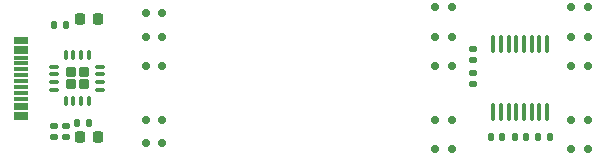
<source format=gbr>
%TF.GenerationSoftware,KiCad,Pcbnew,9.0.2-9.0.2-0~ubuntu24.04.1*%
%TF.CreationDate,2025-05-22T23:27:50+02:00*%
%TF.ProjectId,USB-UART,5553422d-5541-4525-942e-6b696361645f,rev?*%
%TF.SameCoordinates,Original*%
%TF.FileFunction,Paste,Top*%
%TF.FilePolarity,Positive*%
%FSLAX46Y46*%
G04 Gerber Fmt 4.6, Leading zero omitted, Abs format (unit mm)*
G04 Created by KiCad (PCBNEW 9.0.2-9.0.2-0~ubuntu24.04.1) date 2025-05-22 23:27:50*
%MOMM*%
%LPD*%
G01*
G04 APERTURE LIST*
G04 Aperture macros list*
%AMRoundRect*
0 Rectangle with rounded corners*
0 $1 Rounding radius*
0 $2 $3 $4 $5 $6 $7 $8 $9 X,Y pos of 4 corners*
0 Add a 4 corners polygon primitive as box body*
4,1,4,$2,$3,$4,$5,$6,$7,$8,$9,$2,$3,0*
0 Add four circle primitives for the rounded corners*
1,1,$1+$1,$2,$3*
1,1,$1+$1,$4,$5*
1,1,$1+$1,$6,$7*
1,1,$1+$1,$8,$9*
0 Add four rect primitives between the rounded corners*
20,1,$1+$1,$2,$3,$4,$5,0*
20,1,$1+$1,$4,$5,$6,$7,0*
20,1,$1+$1,$6,$7,$8,$9,0*
20,1,$1+$1,$8,$9,$2,$3,0*%
G04 Aperture macros list end*
%ADD10R,1.150000X0.300000*%
%ADD11RoundRect,0.140000X-0.140000X-0.170000X0.140000X-0.170000X0.140000X0.170000X-0.140000X0.170000X0*%
%ADD12RoundRect,0.218750X-0.218750X-0.256250X0.218750X-0.256250X0.218750X0.256250X-0.218750X0.256250X0*%
%ADD13RoundRect,0.140000X-0.170000X0.140000X-0.170000X-0.140000X0.170000X-0.140000X0.170000X0.140000X0*%
%ADD14RoundRect,0.150000X-0.150000X-0.200000X0.150000X-0.200000X0.150000X0.200000X-0.150000X0.200000X0*%
%ADD15RoundRect,0.150000X0.150000X0.200000X-0.150000X0.200000X-0.150000X-0.200000X0.150000X-0.200000X0*%
%ADD16RoundRect,0.135000X-0.135000X-0.185000X0.135000X-0.185000X0.135000X0.185000X-0.135000X0.185000X0*%
%ADD17RoundRect,0.135000X0.135000X0.185000X-0.135000X0.185000X-0.135000X-0.185000X0.135000X-0.185000X0*%
%ADD18RoundRect,0.100000X0.100000X-0.637500X0.100000X0.637500X-0.100000X0.637500X-0.100000X-0.637500X0*%
%ADD19RoundRect,0.212500X-0.212500X0.212500X-0.212500X-0.212500X0.212500X-0.212500X0.212500X0.212500X0*%
%ADD20RoundRect,0.075000X-0.075000X0.350000X-0.075000X-0.350000X0.075000X-0.350000X0.075000X0.350000X0*%
%ADD21RoundRect,0.075000X-0.350000X0.075000X-0.350000X-0.075000X0.350000X-0.075000X0.350000X0.075000X0*%
G04 APERTURE END LIST*
D10*
%TO.C,J1*%
X135250000Y-91950000D03*
X135250000Y-92750000D03*
X135250000Y-93250000D03*
X135250000Y-94250000D03*
X135250000Y-95750000D03*
X135250000Y-96750000D03*
X135250000Y-97250000D03*
X135250000Y-98050000D03*
X135250000Y-98350000D03*
X135250000Y-97550000D03*
X135250000Y-96250000D03*
X135250000Y-95250000D03*
X135250000Y-94750000D03*
X135250000Y-93750000D03*
X135250000Y-92450000D03*
X135250000Y-91650000D03*
%TD*%
D11*
%TO.C,C7*%
X177020000Y-100000000D03*
X177980000Y-100000000D03*
%TD*%
D12*
%TO.C,D1*%
X140212500Y-100000000D03*
X141787500Y-100000000D03*
%TD*%
D13*
%TO.C,C10*%
X173500000Y-92520000D03*
X173500000Y-93480000D03*
%TD*%
D14*
%TO.C,D9*%
X183200000Y-91500000D03*
X181800000Y-91500000D03*
%TD*%
D15*
%TO.C,D15*%
X170300000Y-94000000D03*
X171700000Y-94000000D03*
%TD*%
D11*
%TO.C,C6*%
X175020000Y-100000000D03*
X175980000Y-100000000D03*
%TD*%
D14*
%TO.C,D7*%
X147200000Y-100500000D03*
X145800000Y-100500000D03*
%TD*%
D12*
%TO.C,D2*%
X140212500Y-90000000D03*
X141787500Y-90000000D03*
%TD*%
D16*
%TO.C,R5*%
X139990000Y-98800000D03*
X141010000Y-98800000D03*
%TD*%
D13*
%TO.C,C1*%
X138000000Y-99020000D03*
X138000000Y-99980000D03*
%TD*%
D17*
%TO.C,R6*%
X139010000Y-90500000D03*
X137990000Y-90500000D03*
%TD*%
D14*
%TO.C,D8*%
X183200000Y-89000000D03*
X181800000Y-89000000D03*
%TD*%
D18*
%TO.C,U5*%
X175225000Y-97862500D03*
X175875000Y-97862500D03*
X176525000Y-97862500D03*
X177175000Y-97862500D03*
X177825000Y-97862500D03*
X178475000Y-97862500D03*
X179125000Y-97862500D03*
X179775000Y-97862500D03*
X179775000Y-92137500D03*
X179125000Y-92137500D03*
X178475000Y-92137500D03*
X177825000Y-92137500D03*
X177175000Y-92137500D03*
X176525000Y-92137500D03*
X175875000Y-92137500D03*
X175225000Y-92137500D03*
%TD*%
D14*
%TO.C,D12*%
X183200000Y-101000000D03*
X181800000Y-101000000D03*
%TD*%
D15*
%TO.C,D16*%
X170300000Y-98500000D03*
X171700000Y-98500000D03*
%TD*%
D14*
%TO.C,D6*%
X147200000Y-98500000D03*
X145800000Y-98500000D03*
%TD*%
%TO.C,D11*%
X183200000Y-98500000D03*
X181800000Y-98500000D03*
%TD*%
%TO.C,D5*%
X147200000Y-94000000D03*
X145800000Y-94000000D03*
%TD*%
%TO.C,D10*%
X183200000Y-94000000D03*
X181800000Y-94000000D03*
%TD*%
D11*
%TO.C,C8*%
X179020000Y-100000000D03*
X179980000Y-100000000D03*
%TD*%
D13*
%TO.C,C9*%
X173500000Y-94520000D03*
X173500000Y-95480000D03*
%TD*%
D15*
%TO.C,D13*%
X170300000Y-89000000D03*
X171700000Y-89000000D03*
%TD*%
D13*
%TO.C,C2*%
X139000000Y-99020000D03*
X139000000Y-99980000D03*
%TD*%
D14*
%TO.C,D3*%
X147200000Y-89500000D03*
X145800000Y-89500000D03*
%TD*%
%TO.C,D4*%
X147200000Y-91500000D03*
X145800000Y-91500000D03*
%TD*%
D19*
%TO.C,U2*%
X140525000Y-94475000D03*
X139475000Y-94475000D03*
X140525000Y-95525000D03*
X139475000Y-95525000D03*
D20*
X140975000Y-93050000D03*
X140325000Y-93050000D03*
X139675000Y-93050000D03*
X139025000Y-93050000D03*
D21*
X138050000Y-94025000D03*
X138050000Y-94675000D03*
X138050000Y-95325000D03*
X138050000Y-95975000D03*
D20*
X139025000Y-96950000D03*
X139675000Y-96950000D03*
X140325000Y-96950000D03*
X140975000Y-96950000D03*
D21*
X141950000Y-95975000D03*
X141950000Y-95325000D03*
X141950000Y-94675000D03*
X141950000Y-94025000D03*
%TD*%
D15*
%TO.C,D17*%
X170300000Y-101000000D03*
X171700000Y-101000000D03*
%TD*%
%TO.C,D14*%
X170300000Y-91500000D03*
X171700000Y-91500000D03*
%TD*%
M02*

</source>
